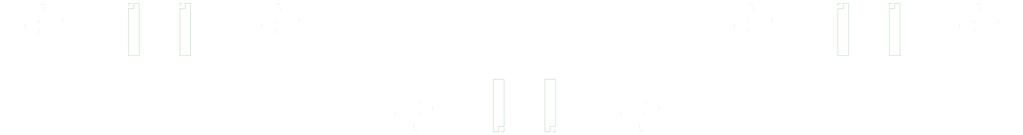
<source format=gbo>
G04 #@! TF.GenerationSoftware,KiCad,Pcbnew,(5.1.5)-3*
G04 #@! TF.CreationDate,2020-09-20T17:18:26+02:00*
G04 #@! TF.ProjectId,prog_rig,70726f67-5f72-4696-972e-6b696361645f,A*
G04 #@! TF.SameCoordinates,Original*
G04 #@! TF.FileFunction,Legend,Bot*
G04 #@! TF.FilePolarity,Positive*
%FSLAX46Y46*%
G04 Gerber Fmt 4.6, Leading zero omitted, Abs format (unit mm)*
G04 Created by KiCad (PCBNEW (5.1.5)-3) date 2020-09-20 17:18:26*
%MOMM*%
%LPD*%
G04 APERTURE LIST*
%ADD10C,0.120000*%
G04 APERTURE END LIST*
D10*
X263562779Y-80310000D02*
X263237221Y-80310000D01*
X263562779Y-79290000D02*
X263237221Y-79290000D01*
X228870000Y-68670000D02*
X226270000Y-68670000D01*
X228870000Y-68670000D02*
X228870000Y-94190000D01*
X228870000Y-94190000D02*
X223670000Y-94190000D01*
X223670000Y-71270000D02*
X223670000Y-94190000D01*
X226270000Y-71270000D02*
X223670000Y-71270000D01*
X226270000Y-68670000D02*
X226270000Y-71270000D01*
X223670000Y-68670000D02*
X223670000Y-70000000D01*
X225000000Y-68670000D02*
X223670000Y-68670000D01*
X272337221Y-70990000D02*
X272662779Y-70990000D01*
X272337221Y-72010000D02*
X272662779Y-72010000D01*
X270425727Y-82254478D02*
X270195522Y-82024273D01*
X269704478Y-82975727D02*
X269474273Y-82745522D01*
X270475727Y-77695522D02*
X270245522Y-77925727D01*
X269754478Y-76974273D02*
X269524273Y-77204478D01*
X281637221Y-76690000D02*
X281962779Y-76690000D01*
X281637221Y-77710000D02*
X281962779Y-77710000D01*
X272210000Y-69362779D02*
X272210000Y-69037221D01*
X271190000Y-69362779D02*
X271190000Y-69037221D01*
X612510000Y-69262779D02*
X612510000Y-68937221D01*
X611490000Y-69262779D02*
X611490000Y-68937221D01*
X621537221Y-77810000D02*
X621862779Y-77810000D01*
X621537221Y-76790000D02*
X621862779Y-76790000D01*
X603062779Y-80210000D02*
X602737221Y-80210000D01*
X603062779Y-79190000D02*
X602737221Y-79190000D01*
X610475727Y-77695522D02*
X610245522Y-77925727D01*
X609754478Y-76974273D02*
X609524273Y-77204478D01*
X610475727Y-82254478D02*
X610245522Y-82024273D01*
X609754478Y-82975727D02*
X609524273Y-82745522D01*
X501390000Y-69362779D02*
X501390000Y-69037221D01*
X502410000Y-69362779D02*
X502410000Y-69037221D01*
X493462779Y-79190000D02*
X493137221Y-79190000D01*
X493462779Y-80210000D02*
X493137221Y-80210000D01*
X499754478Y-82975727D02*
X499524273Y-82745522D01*
X500475727Y-82254478D02*
X500245522Y-82024273D01*
X499754478Y-76974273D02*
X499524273Y-77204478D01*
X500475727Y-77695522D02*
X500245522Y-77925727D01*
X511537221Y-77710000D02*
X511862779Y-77710000D01*
X511537221Y-76690000D02*
X511862779Y-76690000D01*
X448410000Y-130737221D02*
X448410000Y-131062779D01*
X447390000Y-130737221D02*
X447390000Y-131062779D01*
X438362779Y-123210000D02*
X438037221Y-123210000D01*
X438362779Y-122190000D02*
X438037221Y-122190000D01*
X449524273Y-117695522D02*
X449754478Y-117925727D01*
X450245522Y-116974273D02*
X450475727Y-117204478D01*
X450245522Y-122975727D02*
X450475727Y-122745522D01*
X449524273Y-122254478D02*
X449754478Y-122024273D01*
X456537221Y-119690000D02*
X456862779Y-119690000D01*
X456537221Y-120710000D02*
X456862779Y-120710000D01*
X338610000Y-130537221D02*
X338610000Y-130862779D01*
X337590000Y-130537221D02*
X337590000Y-130862779D01*
X328462779Y-122290000D02*
X328137221Y-122290000D01*
X328462779Y-123310000D02*
X328137221Y-123310000D01*
X340245522Y-117024273D02*
X340475727Y-117254478D01*
X339524273Y-117745522D02*
X339754478Y-117975727D01*
X340245522Y-122975727D02*
X340475727Y-122745522D01*
X339524273Y-122254478D02*
X339754478Y-122024273D01*
X346537221Y-120710000D02*
X346862779Y-120710000D01*
X346537221Y-119690000D02*
X346862779Y-119690000D01*
X156390000Y-69362779D02*
X156390000Y-69037221D01*
X157410000Y-69362779D02*
X157410000Y-69037221D01*
X148462779Y-79290000D02*
X148137221Y-79290000D01*
X148462779Y-80310000D02*
X148137221Y-80310000D01*
X154754478Y-82975727D02*
X154524273Y-82745522D01*
X155475727Y-82254478D02*
X155245522Y-82024273D01*
X154754478Y-76974273D02*
X154524273Y-77204478D01*
X155475727Y-77695522D02*
X155245522Y-77925727D01*
X166537221Y-77710000D02*
X166862779Y-77710000D01*
X166537221Y-76690000D02*
X166862779Y-76690000D01*
X573870000Y-68670000D02*
X571270000Y-68670000D01*
X573870000Y-68670000D02*
X573870000Y-94190000D01*
X573870000Y-94190000D02*
X568670000Y-94190000D01*
X568670000Y-71270000D02*
X568670000Y-94190000D01*
X571270000Y-71270000D02*
X568670000Y-71270000D01*
X571270000Y-68670000D02*
X571270000Y-71270000D01*
X568670000Y-68670000D02*
X568670000Y-70000000D01*
X570000000Y-68670000D02*
X568670000Y-68670000D01*
X545000000Y-68670000D02*
X543670000Y-68670000D01*
X543670000Y-68670000D02*
X543670000Y-70000000D01*
X546270000Y-68670000D02*
X546270000Y-71270000D01*
X546270000Y-71270000D02*
X543670000Y-71270000D01*
X543670000Y-71270000D02*
X543670000Y-94190000D01*
X548870000Y-94190000D02*
X543670000Y-94190000D01*
X548870000Y-68670000D02*
X548870000Y-94190000D01*
X548870000Y-68670000D02*
X546270000Y-68670000D01*
X405000000Y-131330000D02*
X406330000Y-131330000D01*
X406330000Y-131330000D02*
X406330000Y-130000000D01*
X403730000Y-131330000D02*
X403730000Y-128730000D01*
X403730000Y-128730000D02*
X406330000Y-128730000D01*
X406330000Y-128730000D02*
X406330000Y-105810000D01*
X401130000Y-105810000D02*
X406330000Y-105810000D01*
X401130000Y-131330000D02*
X401130000Y-105810000D01*
X401130000Y-131330000D02*
X403730000Y-131330000D01*
X380000000Y-131330000D02*
X381330000Y-131330000D01*
X381330000Y-131330000D02*
X381330000Y-130000000D01*
X378730000Y-131330000D02*
X378730000Y-128730000D01*
X378730000Y-128730000D02*
X381330000Y-128730000D01*
X381330000Y-128730000D02*
X381330000Y-105810000D01*
X376130000Y-105810000D02*
X381330000Y-105810000D01*
X376130000Y-131330000D02*
X376130000Y-105810000D01*
X376130000Y-131330000D02*
X378730000Y-131330000D01*
X203870000Y-68670000D02*
X201270000Y-68670000D01*
X203870000Y-68670000D02*
X203870000Y-94190000D01*
X203870000Y-94190000D02*
X198670000Y-94190000D01*
X198670000Y-71270000D02*
X198670000Y-94190000D01*
X201270000Y-71270000D02*
X198670000Y-71270000D01*
X201270000Y-68670000D02*
X201270000Y-71270000D01*
X198670000Y-68670000D02*
X198670000Y-70000000D01*
X200000000Y-68670000D02*
X198670000Y-68670000D01*
X612637221Y-70990000D02*
X612962779Y-70990000D01*
X612637221Y-72010000D02*
X612962779Y-72010000D01*
X502537221Y-72010000D02*
X502862779Y-72010000D01*
X502537221Y-70990000D02*
X502862779Y-70990000D01*
X447362779Y-129110000D02*
X447037221Y-129110000D01*
X447362779Y-128090000D02*
X447037221Y-128090000D01*
X337562779Y-127890000D02*
X337237221Y-127890000D01*
X337562779Y-128910000D02*
X337237221Y-128910000D01*
X157537221Y-72010000D02*
X157862779Y-72010000D01*
X157537221Y-70990000D02*
X157862779Y-70990000D01*
M02*

</source>
